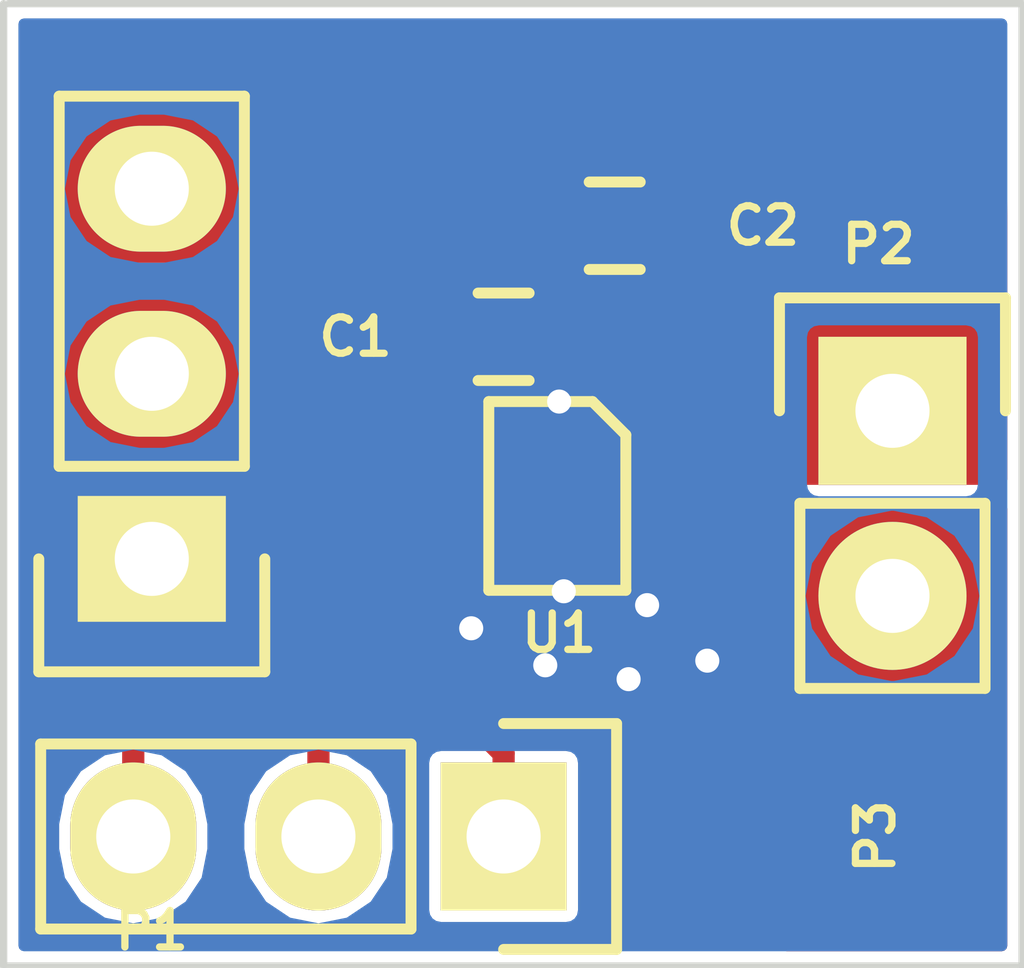
<source format=kicad_pcb>
(kicad_pcb (version 4) (host pcbnew 0.201506122246+5743~23~ubuntu14.10.1-product)

  (general
    (links 13)
    (no_connects 0)
    (area 129.206934 99.771999 148.399161 113.179401)
    (thickness 1.6)
    (drawings 5)
    (tracks 40)
    (zones 0)
    (modules 6)
    (nets 9)
  )

  (page A4)
  (layers
    (0 F.Cu signal)
    (31 B.Cu signal)
    (32 B.Adhes user)
    (33 F.Adhes user)
    (34 B.Paste user)
    (35 F.Paste user)
    (36 B.SilkS user)
    (37 F.SilkS user)
    (38 B.Mask user)
    (39 F.Mask user)
    (40 Dwgs.User user)
    (41 Cmts.User user)
    (42 Eco1.User user)
    (43 Eco2.User user)
    (44 Edge.Cuts user)
    (45 Margin user)
    (46 B.CrtYd user)
    (47 F.CrtYd user)
    (48 B.Fab user)
    (49 F.Fab user hide)
  )

  (setup
    (last_trace_width 0.1524)
    (user_trace_width 0.3048)
    (user_trace_width 0.6096)
    (trace_clearance 0.1524)
    (zone_clearance 0.1524)
    (zone_45_only no)
    (trace_min 0.1524)
    (segment_width 0.2)
    (edge_width 0.1)
    (via_size 0.6858)
    (via_drill 0.3302)
    (via_min_size 0.6858)
    (via_min_drill 0.3302)
    (uvia_size 0.3)
    (uvia_drill 0.1)
    (uvias_allowed no)
    (uvia_min_size 0)
    (uvia_min_drill 0)
    (pcb_text_width 0.3)
    (pcb_text_size 1.5 1.5)
    (mod_edge_width 0.15)
    (mod_text_size 0.5 0.5)
    (mod_text_width 0.1)
    (pad_size 1.5 1.5)
    (pad_drill 0.6)
    (pad_to_mask_clearance 0)
    (aux_axis_origin 0 0)
    (visible_elements FFFEFF7F)
    (pcbplotparams
      (layerselection 0x0103c_80000001)
      (usegerberextensions false)
      (excludeedgelayer true)
      (linewidth 0.100000)
      (plotframeref false)
      (viasonmask false)
      (mode 1)
      (useauxorigin false)
      (hpglpennumber 1)
      (hpglpenspeed 20)
      (hpglpendiameter 15)
      (hpglpenoverlay 2)
      (psnegative false)
      (psa4output false)
      (plotreference true)
      (plotvalue true)
      (plotinvisibletext false)
      (padsonsilk false)
      (subtractmaskfromsilk true)
      (outputformat 1)
      (mirror false)
      (drillshape 0)
      (scaleselection 1)
      (outputdirectory ""))
  )

  (net 0 "")
  (net 1 GND)
  (net 2 /VM)
  (net 3 /nSleep)
  (net 4 /IN2)
  (net 5 /IN1)
  (net 6 /VIN)
  (net 7 /OUT1)
  (net 8 /OUT2)

  (net_class Default "This is the default net class."
    (clearance 0.1524)
    (trace_width 0.1524)
    (via_dia 0.6858)
    (via_drill 0.3302)
    (uvia_dia 0.3)
    (uvia_drill 0.1)
    (add_net /IN1)
    (add_net /IN2)
    (add_net /OUT1)
    (add_net /OUT2)
    (add_net /VIN)
    (add_net /VM)
    (add_net /nSleep)
    (add_net GND)
  )

  (module Pin_Headers:Pin_Header_Straight_1x02 (layer F.Cu) (tedit 557C8CB7) (tstamp 557C858C)
    (at 141.986 105.41)
    (descr "Through hole pin header")
    (tags "pin header")
    (path /557C7F48)
    (fp_text reference P2 (at -0.1905 -2.286) (layer F.SilkS)
      (effects (font (size 0.5 0.5) (thickness 0.1)))
    )
    (fp_text value CONN_01X02 (at 0 -3.1) (layer F.Fab)
      (effects (font (size 0.5 0.5) (thickness 0.1)))
    )
    (fp_line (start 1.27 1.27) (end 1.27 3.81) (layer F.SilkS) (width 0.15))
    (fp_line (start 1.55 -1.55) (end 1.55 0) (layer F.SilkS) (width 0.15))
    (fp_line (start -1.75 -1.75) (end -1.75 4.3) (layer F.CrtYd) (width 0.05))
    (fp_line (start 1.75 -1.75) (end 1.75 4.3) (layer F.CrtYd) (width 0.05))
    (fp_line (start -1.75 -1.75) (end 1.75 -1.75) (layer F.CrtYd) (width 0.05))
    (fp_line (start -1.75 4.3) (end 1.75 4.3) (layer F.CrtYd) (width 0.05))
    (fp_line (start 1.27 1.27) (end -1.27 1.27) (layer F.SilkS) (width 0.15))
    (fp_line (start -1.55 0) (end -1.55 -1.55) (layer F.SilkS) (width 0.15))
    (fp_line (start -1.55 -1.55) (end 1.55 -1.55) (layer F.SilkS) (width 0.15))
    (fp_line (start -1.27 1.27) (end -1.27 3.81) (layer F.SilkS) (width 0.15))
    (fp_line (start -1.27 3.81) (end 1.27 3.81) (layer F.SilkS) (width 0.15))
    (pad 1 thru_hole rect (at 0 0) (size 2.032 2.032) (drill 1.016) (layers *.Cu *.Mask F.SilkS)
      (net 7 /OUT1))
    (pad 2 thru_hole oval (at 0 2.54) (size 2.032 2.032) (drill 1.016) (layers *.Cu *.Mask F.SilkS)
      (net 8 /OUT2))
    (model Pin_Headers.3dshapes/Pin_Header_Straight_1x02.wrl
      (at (xyz 0 -0.05 0))
      (scale (xyz 1 1 1))
      (rotate (xyz 0 0 90))
    )
  )

  (module Capacitors_SMD:C_0603 (layer F.Cu) (tedit 557C8957) (tstamp 557C89AF)
    (at 136.652 104.394)
    (descr "Capacitor SMD 0603, reflow soldering, AVX (see smccp.pdf)")
    (tags "capacitor 0603")
    (path /557C800B)
    (attr smd)
    (fp_text reference C1 (at -2.032 0) (layer F.SilkS)
      (effects (font (size 0.5 0.5) (thickness 0.1)))
    )
    (fp_text value C (at 0 1.9) (layer F.Fab)
      (effects (font (size 0.5 0.5) (thickness 0.1)))
    )
    (fp_line (start -1.45 -0.75) (end 1.45 -0.75) (layer F.CrtYd) (width 0.05))
    (fp_line (start -1.45 0.75) (end 1.45 0.75) (layer F.CrtYd) (width 0.05))
    (fp_line (start -1.45 -0.75) (end -1.45 0.75) (layer F.CrtYd) (width 0.05))
    (fp_line (start 1.45 -0.75) (end 1.45 0.75) (layer F.CrtYd) (width 0.05))
    (fp_line (start -0.35 -0.6) (end 0.35 -0.6) (layer F.SilkS) (width 0.15))
    (fp_line (start 0.35 0.6) (end -0.35 0.6) (layer F.SilkS) (width 0.15))
    (pad 1 smd rect (at -0.75 0) (size 0.8 0.75) (layers F.Cu F.Paste F.Mask)
      (net 6 /VIN))
    (pad 2 smd rect (at 0.75 0) (size 0.8 0.75) (layers F.Cu F.Paste F.Mask)
      (net 1 GND))
    (model Capacitors_SMD.3dshapes/C_0603.wrl
      (at (xyz 0 0 0))
      (scale (xyz 1 1 1))
      (rotate (xyz 0 0 0))
    )
  )

  (module Capacitors_SMD:C_0603 (layer F.Cu) (tedit 557C8953) (tstamp 557C89BB)
    (at 138.176 102.87 180)
    (descr "Capacitor SMD 0603, reflow soldering, AVX (see smccp.pdf)")
    (tags "capacitor 0603")
    (path /557C8092)
    (attr smd)
    (fp_text reference C2 (at -2.032 0 180) (layer F.SilkS)
      (effects (font (size 0.5 0.5) (thickness 0.1)))
    )
    (fp_text value C (at 0 1.9 180) (layer F.Fab)
      (effects (font (size 0.5 0.5) (thickness 0.1)))
    )
    (fp_line (start -1.45 -0.75) (end 1.45 -0.75) (layer F.CrtYd) (width 0.05))
    (fp_line (start -1.45 0.75) (end 1.45 0.75) (layer F.CrtYd) (width 0.05))
    (fp_line (start -1.45 -0.75) (end -1.45 0.75) (layer F.CrtYd) (width 0.05))
    (fp_line (start 1.45 -0.75) (end 1.45 0.75) (layer F.CrtYd) (width 0.05))
    (fp_line (start -0.35 -0.6) (end 0.35 -0.6) (layer F.SilkS) (width 0.15))
    (fp_line (start 0.35 0.6) (end -0.35 0.6) (layer F.SilkS) (width 0.15))
    (pad 1 smd rect (at -0.75 0 180) (size 0.8 0.75) (layers F.Cu F.Paste F.Mask)
      (net 2 /VM))
    (pad 2 smd rect (at 0.75 0 180) (size 0.8 0.75) (layers F.Cu F.Paste F.Mask)
      (net 1 GND))
    (model Capacitors_SMD.3dshapes/C_0603.wrl
      (at (xyz 0 0 0))
      (scale (xyz 1 1 1))
      (rotate (xyz 0 0 0))
    )
  )

  (module GoGoGo:PWSON-N8 (layer F.Cu) (tedit 557C8B57) (tstamp 557C85A0)
    (at 137.414 106.553 270)
    (path /557C7CEE)
    (fp_text reference U1 (at 1.905 0 540) (layer F.SilkS)
      (effects (font (size 0.5 0.5) (thickness 0.1)))
    )
    (fp_text value DRV8837DSGR (at -2.286 -8.128 270) (layer F.Fab) hide
      (effects (font (size 0.5 0.5) (thickness 0.1)))
    )
    (fp_line (start -1.27 -0.4572) (end -1.27 0.9652) (layer F.SilkS) (width 0.15))
    (fp_line (start -1.27 -0.4572) (end -0.8128 -0.9144) (layer F.SilkS) (width 0.15))
    (fp_line (start -0.8128 -0.9144) (end 1.3208 -0.9144) (layer F.SilkS) (width 0.15))
    (fp_line (start 1.3208 -0.9144) (end 1.3208 0.9652) (layer F.SilkS) (width 0.15))
    (fp_line (start 1.3208 0.9652) (end -1.27 0.9652) (layer F.SilkS) (width 0.15))
    (pad 1 smd rect (at -0.75 -0.95 270) (size 0.28 0.5) (layers F.Cu F.Paste F.Mask)
      (net 2 /VM))
    (pad 4 smd rect (at 0 0 270) (size 1.6 0.9) (layers F.Cu F.Paste F.Mask)
      (net 1 GND))
    (pad 2 smd rect (at -0.25 -0.95 270) (size 0.28 0.5) (layers F.Cu F.Paste F.Mask)
      (net 7 /OUT1))
    (pad 3 smd rect (at 0.25 -0.95 270) (size 0.28 0.5) (layers F.Cu F.Paste F.Mask)
      (net 8 /OUT2))
    (pad 4 smd rect (at 0.75 -0.95 270) (size 0.28 0.5) (layers F.Cu F.Paste F.Mask)
      (net 1 GND))
    (pad 5 smd rect (at 0.75 0.95 270) (size 0.28 0.5) (layers F.Cu F.Paste F.Mask)
      (net 4 /IN2))
    (pad 6 smd rect (at 0.25 0.95 270) (size 0.28 0.5) (layers F.Cu F.Paste F.Mask)
      (net 5 /IN1))
    (pad 7 smd rect (at -0.25 0.95 270) (size 0.28 0.5) (layers F.Cu F.Paste F.Mask)
      (net 3 /nSleep))
    (pad 8 smd rect (at -0.75 0.95 270) (size 0.28 0.5) (layers F.Cu F.Paste F.Mask)
      (net 6 /VIN))
  )

  (module Pin_Headers:Pin_Header_Straight_1x03 (layer F.Cu) (tedit 0) (tstamp 557C8C76)
    (at 131.826 107.442 180)
    (descr "Through hole pin header")
    (tags "pin header")
    (path /557C8C55)
    (fp_text reference P1 (at 0 -5.1 180) (layer F.SilkS)
      (effects (font (size 0.5 0.5) (thickness 0.1)))
    )
    (fp_text value CONN_01X03 (at 0 -3.1 180) (layer F.Fab)
      (effects (font (size 0.5 0.5) (thickness 0.1)))
    )
    (fp_line (start -1.75 -1.75) (end -1.75 6.85) (layer F.CrtYd) (width 0.05))
    (fp_line (start 1.75 -1.75) (end 1.75 6.85) (layer F.CrtYd) (width 0.05))
    (fp_line (start -1.75 -1.75) (end 1.75 -1.75) (layer F.CrtYd) (width 0.05))
    (fp_line (start -1.75 6.85) (end 1.75 6.85) (layer F.CrtYd) (width 0.05))
    (fp_line (start -1.27 1.27) (end -1.27 6.35) (layer F.SilkS) (width 0.15))
    (fp_line (start -1.27 6.35) (end 1.27 6.35) (layer F.SilkS) (width 0.15))
    (fp_line (start 1.27 6.35) (end 1.27 1.27) (layer F.SilkS) (width 0.15))
    (fp_line (start 1.55 -1.55) (end 1.55 0) (layer F.SilkS) (width 0.15))
    (fp_line (start 1.27 1.27) (end -1.27 1.27) (layer F.SilkS) (width 0.15))
    (fp_line (start -1.55 0) (end -1.55 -1.55) (layer F.SilkS) (width 0.15))
    (fp_line (start -1.55 -1.55) (end 1.55 -1.55) (layer F.SilkS) (width 0.15))
    (pad 1 thru_hole rect (at 0 0 180) (size 2.032 1.7272) (drill 1.016) (layers *.Cu *.Mask F.SilkS)
      (net 1 GND))
    (pad 2 thru_hole oval (at 0 2.54 180) (size 2.032 1.7272) (drill 1.016) (layers *.Cu *.Mask F.SilkS)
      (net 6 /VIN))
    (pad 3 thru_hole oval (at 0 5.08 180) (size 2.032 1.7272) (drill 1.016) (layers *.Cu *.Mask F.SilkS)
      (net 2 /VM))
    (model Pin_Headers.3dshapes/Pin_Header_Straight_1x03.wrl
      (at (xyz 0 -0.1 0))
      (scale (xyz 1 1 1))
      (rotate (xyz 0 0 90))
    )
  )

  (module Pin_Headers:Pin_Header_Straight_1x03 (layer F.Cu) (tedit 0) (tstamp 557C8C7D)
    (at 136.652 111.252 270)
    (descr "Through hole pin header")
    (tags "pin header")
    (path /557C8CB0)
    (fp_text reference P3 (at 0 -5.1 270) (layer F.SilkS)
      (effects (font (size 0.5 0.5) (thickness 0.1)))
    )
    (fp_text value CONN_01X03 (at 0 -3.1 270) (layer F.Fab)
      (effects (font (size 0.5 0.5) (thickness 0.1)))
    )
    (fp_line (start -1.75 -1.75) (end -1.75 6.85) (layer F.CrtYd) (width 0.05))
    (fp_line (start 1.75 -1.75) (end 1.75 6.85) (layer F.CrtYd) (width 0.05))
    (fp_line (start -1.75 -1.75) (end 1.75 -1.75) (layer F.CrtYd) (width 0.05))
    (fp_line (start -1.75 6.85) (end 1.75 6.85) (layer F.CrtYd) (width 0.05))
    (fp_line (start -1.27 1.27) (end -1.27 6.35) (layer F.SilkS) (width 0.15))
    (fp_line (start -1.27 6.35) (end 1.27 6.35) (layer F.SilkS) (width 0.15))
    (fp_line (start 1.27 6.35) (end 1.27 1.27) (layer F.SilkS) (width 0.15))
    (fp_line (start 1.55 -1.55) (end 1.55 0) (layer F.SilkS) (width 0.15))
    (fp_line (start 1.27 1.27) (end -1.27 1.27) (layer F.SilkS) (width 0.15))
    (fp_line (start -1.55 0) (end -1.55 -1.55) (layer F.SilkS) (width 0.15))
    (fp_line (start -1.55 -1.55) (end 1.55 -1.55) (layer F.SilkS) (width 0.15))
    (pad 1 thru_hole rect (at 0 0 270) (size 2.032 1.7272) (drill 1.016) (layers *.Cu *.Mask F.SilkS)
      (net 4 /IN2))
    (pad 2 thru_hole oval (at 0 2.54 270) (size 2.032 1.7272) (drill 1.016) (layers *.Cu *.Mask F.SilkS)
      (net 5 /IN1))
    (pad 3 thru_hole oval (at 0 5.08 270) (size 2.032 1.7272) (drill 1.016) (layers *.Cu *.Mask F.SilkS)
      (net 3 /nSleep))
    (model Pin_Headers.3dshapes/Pin_Header_Straight_1x03.wrl
      (at (xyz 0 -0.1 0))
      (scale (xyz 1 1 1))
      (rotate (xyz 0 0 90))
    )
  )

  (gr_line (start 143.764 99.822) (end 143.764 99.8855) (angle 90) (layer Edge.Cuts) (width 0.1))
  (gr_line (start 129.8575 99.822) (end 143.764 99.822) (angle 90) (layer Edge.Cuts) (width 0.1))
  (gr_line (start 129.794 113.03) (end 129.794 99.822) (angle 90) (layer Edge.Cuts) (width 0.1))
  (gr_line (start 143.764 113.03) (end 129.794 113.03) (angle 90) (layer Edge.Cuts) (width 0.1))
  (gr_line (start 143.764 99.8855) (end 143.764 113.03) (angle 90) (layer Edge.Cuts) (width 0.1))

  (segment (start 137.414 105.283) (end 137.4775 105.3465) (width 0.1524) (layer B.Cu) (net 1) (tstamp 557C8E16))
  (via (at 137.414 105.283) (size 0.6858) (layers F.Cu B.Cu) (net 1))
  (segment (start 137.148 105.017) (end 137.414 105.283) (width 0.1524) (layer F.Cu) (net 1) (tstamp 557C8E0F))
  (segment (start 137.148 104.394) (end 137.148 105.017) (width 0.1524) (layer F.Cu) (net 1))
  (segment (start 137.4775 105.3465) (end 137.4775 107.8865) (width 0.1524) (layer B.Cu) (net 1) (tstamp 557C8E17))
  (via (at 137.4775 107.8865) (size 0.6858) (layers F.Cu B.Cu) (net 1))
  (segment (start 137.4775 107.8865) (end 137.668 108.077) (width 0.1524) (layer F.Cu) (net 1) (tstamp 557C8E1B))
  (segment (start 137.668 108.077) (end 138.6205 108.077) (width 0.1524) (layer F.Cu) (net 1) (tstamp 557C8E1C))
  (via (at 138.6205 108.077) (size 0.6858) (layers F.Cu B.Cu) (net 1))
  (segment (start 138.6205 108.077) (end 139.3825 108.839) (width 0.1524) (layer B.Cu) (net 1) (tstamp 557C8E1E))
  (segment (start 139.3825 108.839) (end 139.446 108.839) (width 0.1524) (layer B.Cu) (net 1) (tstamp 557C8E1F))
  (via (at 139.446 108.839) (size 0.6858) (layers F.Cu B.Cu) (net 1))
  (segment (start 139.446 108.839) (end 139.192 109.093) (width 0.1524) (layer F.Cu) (net 1) (tstamp 557C8E21))
  (segment (start 139.192 109.093) (end 138.3665 109.093) (width 0.1524) (layer F.Cu) (net 1) (tstamp 557C8E22))
  (via (at 138.3665 109.093) (size 0.6858) (layers F.Cu B.Cu) (net 1))
  (segment (start 138.3665 109.093) (end 138.176 108.9025) (width 0.1524) (layer B.Cu) (net 1) (tstamp 557C8E24))
  (segment (start 138.176 108.9025) (end 137.2235 108.9025) (width 0.1524) (layer B.Cu) (net 1) (tstamp 557C8E25))
  (via (at 137.2235 108.9025) (size 0.6858) (layers F.Cu B.Cu) (net 1))
  (segment (start 137.2235 108.9025) (end 136.7155 108.3945) (width 0.1524) (layer F.Cu) (net 1) (tstamp 557C8E27))
  (segment (start 136.7155 108.3945) (end 136.2075 108.3945) (width 0.1524) (layer F.Cu) (net 1) (tstamp 557C8E28))
  (via (at 136.2075 108.3945) (size 0.6858) (layers F.Cu B.Cu) (net 1))
  (segment (start 131.572 111.252) (end 131.572 109.7915) (width 0.3048) (layer F.Cu) (net 3))
  (segment (start 134.616 106.303) (end 136.464 106.303) (width 0.3048) (layer F.Cu) (net 3) (tstamp 557C8CB2))
  (segment (start 133.9215 106.9975) (end 134.616 106.303) (width 0.3048) (layer F.Cu) (net 3) (tstamp 557C8CB1))
  (segment (start 133.9215 107.823) (end 133.9215 106.9975) (width 0.3048) (layer F.Cu) (net 3) (tstamp 557C8CAF))
  (segment (start 132.6515 109.093) (end 133.9215 107.823) (width 0.3048) (layer F.Cu) (net 3) (tstamp 557C8CAE))
  (segment (start 132.2705 109.093) (end 132.6515 109.093) (width 0.3048) (layer F.Cu) (net 3) (tstamp 557C8CAD))
  (segment (start 131.572 109.7915) (end 132.2705 109.093) (width 0.3048) (layer F.Cu) (net 3) (tstamp 557C8CAC))
  (segment (start 136.652 111.252) (end 136.652 110.109) (width 0.3048) (layer F.Cu) (net 4))
  (segment (start 135.6995 107.3785) (end 136.3885 107.3785) (width 0.3048) (layer F.Cu) (net 4) (tstamp 557C8CBE))
  (segment (start 135.4455 107.6325) (end 135.6995 107.3785) (width 0.3048) (layer F.Cu) (net 4) (tstamp 557C8CBD))
  (segment (start 135.4455 108.9025) (end 135.4455 107.6325) (width 0.3048) (layer F.Cu) (net 4) (tstamp 557C8CBC))
  (segment (start 136.652 110.109) (end 135.4455 108.9025) (width 0.3048) (layer F.Cu) (net 4) (tstamp 557C8CBB))
  (segment (start 136.3885 107.3785) (end 136.464 107.303) (width 0.3048) (layer F.Cu) (net 4) (tstamp 557C8CBF))
  (segment (start 136.464 106.803) (end 135.132 106.803) (width 0.3048) (layer F.Cu) (net 5))
  (segment (start 134.112 109.0295) (end 134.112 111.252) (width 0.3048) (layer F.Cu) (net 5) (tstamp 557C8CB8))
  (segment (start 134.5565 108.585) (end 134.112 109.0295) (width 0.3048) (layer F.Cu) (net 5) (tstamp 557C8CB7))
  (segment (start 134.5565 107.3785) (end 134.5565 108.585) (width 0.3048) (layer F.Cu) (net 5) (tstamp 557C8CB6))
  (segment (start 135.132 106.803) (end 134.5565 107.3785) (width 0.3048) (layer F.Cu) (net 5) (tstamp 557C8CB5))
  (segment (start 131.826 104.902) (end 134.62 104.902) (width 0.6096) (layer F.Cu) (net 6))

  (zone (net 2) (net_name /VM) (layer F.Cu) (tstamp 557C87DB) (hatch edge 0.508)
    (connect_pads yes (clearance 0.254))
    (min_thickness 0.1524)
    (fill yes (arc_segments 16) (thermal_gap 0.254) (thermal_bridge_width 0.254))
    (polygon
      (pts
        (xy 138.176 105.918) (xy 138.176 101.6) (xy 133.858 101.6) (xy 133.858 103.378) (xy 130.048 103.378)
        (xy 129.794 99.822) (xy 140.208 99.822) (xy 140.208 103.886) (xy 138.938 105.918)
      )
    )
    (filled_polygon
      (pts
        (xy 140.1318 103.864145) (xy 138.895766 105.8418) (xy 138.691136 105.8418) (xy 138.614 105.826331) (xy 138.2522 105.826331)
        (xy 138.2522 101.6) (xy 138.2464 101.57084) (xy 138.229882 101.546118) (xy 138.20516 101.5296) (xy 138.176 101.5238)
        (xy 133.858 101.5238) (xy 133.82884 101.5296) (xy 133.804118 101.546118) (xy 133.7876 101.57084) (xy 133.7818 101.6)
        (xy 133.7818 103.3018) (xy 130.1742 103.3018) (xy 130.1742 100.2022) (xy 140.1318 100.2022) (xy 140.1318 103.864145)
      )
    )
  )
  (zone (net 6) (net_name /VIN) (layer F.Cu) (tstamp 557C87DC) (hatch edge 0.508)
    (connect_pads yes (clearance 0.254))
    (min_thickness 0.1524)
    (fill yes (arc_segments 16) (thermal_gap 0.254) (thermal_bridge_width 0.254))
    (polygon
      (pts
        (xy 136.652 105.918) (xy 134.112 105.918) (xy 134.112 106.172) (xy 130.048 106.172) (xy 130.048 103.632)
        (xy 134.112 103.632) (xy 134.112 101.854) (xy 136.652 101.854)
      )
    )
    (filled_polygon
      (pts
        (xy 136.5758 105.826331) (xy 136.493817 105.826331) (xy 136.464 105.8204) (xy 134.616 105.8204) (xy 134.508416 105.8418)
        (xy 134.112 105.8418) (xy 134.08284 105.8476) (xy 134.058118 105.864118) (xy 134.0416 105.88884) (xy 134.0358 105.918)
        (xy 134.0358 106.0958) (xy 130.1742 106.0958) (xy 130.1742 103.7082) (xy 134.112 103.7082) (xy 134.14116 103.7024)
        (xy 134.165882 103.685882) (xy 134.1824 103.66116) (xy 134.1882 103.632) (xy 134.1882 101.9302) (xy 136.5758 101.9302)
        (xy 136.5758 105.826331)
      )
    )
  )
  (zone (net 1) (net_name GND) (layer B.Cu) (tstamp 557C8D2E) (hatch edge 0.508)
    (connect_pads yes (clearance 0.1524))
    (min_thickness 0.1524)
    (fill yes (arc_segments 16) (thermal_gap 0.508) (thermal_bridge_width 0.508))
    (polygon
      (pts
        (xy 143.764 112.903) (xy 129.921 112.8395) (xy 129.9845 99.8855) (xy 143.764 99.8855)
      )
    )
    (filled_polygon
      (pts
        (xy 143.4854 112.7514) (xy 143.4854 112.7514) (xy 130.0726 112.7514) (xy 130.0726 109.983017) (xy 131.572 109.983017)
        (xy 131.154033 110.066156) (xy 130.799698 110.302915) (xy 130.562939 110.65725) (xy 130.4798 111.075217) (xy 130.4798 111.428783)
        (xy 130.562939 111.84675) (xy 130.799698 112.201085) (xy 131.154033 112.437844) (xy 131.572 112.520983) (xy 131.989967 112.437844)
        (xy 132.344302 112.201085) (xy 132.581061 111.84675) (xy 132.6642 111.428783) (xy 132.6642 111.075217) (xy 132.581061 110.65725)
        (xy 132.344302 110.302915) (xy 131.989967 110.066156) (xy 131.572 109.983017) (xy 134.112 109.983017) (xy 133.694033 110.066156)
        (xy 133.339698 110.302915) (xy 133.102939 110.65725) (xy 133.0198 111.075217) (xy 133.0198 111.428783) (xy 133.102939 111.84675)
        (xy 133.339698 112.201085) (xy 133.694033 112.437844) (xy 134.112 112.520983) (xy 134.529967 112.437844) (xy 134.884302 112.201085)
        (xy 135.121061 111.84675) (xy 135.2042 111.428783) (xy 135.2042 111.075217) (xy 135.121061 110.65725) (xy 134.884302 110.302915)
        (xy 134.529967 110.066156) (xy 134.212064 110.002921) (xy 135.7884 110.002921) (xy 135.701236 110.019833) (xy 135.624626 110.070158)
        (xy 135.573344 110.146129) (xy 135.555321 110.236) (xy 135.555321 112.268) (xy 135.572233 112.355164) (xy 135.622558 112.431774)
        (xy 135.698529 112.483056) (xy 135.7884 112.501079) (xy 137.5156 112.501079) (xy 137.602764 112.484167) (xy 137.679374 112.433842)
        (xy 137.730656 112.357871) (xy 137.748679 112.268) (xy 137.748679 110.236) (xy 137.731767 110.148836) (xy 137.681442 110.072226)
        (xy 137.605471 110.020944) (xy 137.5156 110.002921) (xy 135.7884 110.002921) (xy 134.212064 110.002921) (xy 134.112 109.983017)
        (xy 131.572 109.983017) (xy 131.572 109.983017) (xy 130.0726 109.983017) (xy 130.0726 106.7054) (xy 141.961617 106.7054)
        (xy 141.485329 106.80014) (xy 141.081552 107.069935) (xy 140.811757 107.473712) (xy 140.717017 107.95) (xy 140.811757 108.426288)
        (xy 141.081552 108.830065) (xy 141.485329 109.09986) (xy 141.961617 109.1946) (xy 142.010383 109.1946) (xy 142.486671 109.09986)
        (xy 142.890448 108.830065) (xy 143.160243 108.426288) (xy 143.254983 107.95) (xy 143.160243 107.473712) (xy 142.890448 107.069935)
        (xy 142.486671 106.80014) (xy 142.010383 106.7054) (xy 141.961617 106.7054) (xy 130.0726 106.7054) (xy 130.0726 103.8098)
        (xy 131.649217 103.8098) (xy 131.23125 103.892939) (xy 130.876915 104.129698) (xy 130.640156 104.484033) (xy 130.557017 104.902)
        (xy 130.640156 105.319967) (xy 130.876915 105.674302) (xy 131.23125 105.911061) (xy 131.649217 105.9942) (xy 132.002783 105.9942)
        (xy 132.42075 105.911061) (xy 132.775085 105.674302) (xy 133.011844 105.319967) (xy 133.094983 104.902) (xy 133.011844 104.484033)
        (xy 132.795948 104.160921) (xy 140.97 104.160921) (xy 140.882836 104.177833) (xy 140.806226 104.228158) (xy 140.754944 104.304129)
        (xy 140.736921 104.394) (xy 140.736921 106.426) (xy 140.753833 106.513164) (xy 140.804158 106.589774) (xy 140.880129 106.641056)
        (xy 140.97 106.659079) (xy 143.002 106.659079) (xy 143.089164 106.642167) (xy 143.165774 106.591842) (xy 143.217056 106.515871)
        (xy 143.235079 106.426) (xy 143.235079 104.394) (xy 143.218167 104.306836) (xy 143.167842 104.230226) (xy 143.091871 104.178944)
        (xy 143.002 104.160921) (xy 140.97 104.160921) (xy 132.795948 104.160921) (xy 132.775085 104.129698) (xy 132.42075 103.892939)
        (xy 132.002783 103.8098) (xy 131.649217 103.8098) (xy 130.0726 103.8098) (xy 130.0726 101.2698) (xy 131.649217 101.2698)
        (xy 131.23125 101.352939) (xy 130.876915 101.589698) (xy 130.640156 101.944033) (xy 130.557017 102.362) (xy 130.640156 102.779967)
        (xy 130.876915 103.134302) (xy 131.23125 103.371061) (xy 131.649217 103.4542) (xy 132.002783 103.4542) (xy 132.42075 103.371061)
        (xy 132.775085 103.134302) (xy 133.011844 102.779967) (xy 133.094983 102.362) (xy 133.011844 101.944033) (xy 132.775085 101.589698)
        (xy 132.42075 101.352939) (xy 132.002783 101.2698) (xy 131.649217 101.2698) (xy 130.0726 101.2698) (xy 130.0726 100.1006)
        (xy 143.4854 100.1006) (xy 143.4854 112.7514)
      )
    )
  )
  (zone (net 1) (net_name GND) (layer F.Cu) (tstamp 557C887E) (hatch edge 0.508)
    (connect_pads yes (clearance 0.254))
    (min_thickness 0.127)
    (fill yes (arc_segments 16) (thermal_gap 0.1524) (thermal_bridge_width 0.1524))
    (polygon
      (pts
        (xy 135.636 109.474) (xy 135.636 107.95) (xy 136.906 107.95) (xy 136.906 101.854) (xy 137.922 101.854)
        (xy 137.922 107.188) (xy 138.938 107.188) (xy 139.954 108.712) (xy 139.954 109.474)
      )
    )
    (filled_polygon
      (pts
        (xy 137.8585 105.474198) (xy 137.815312 105.53818) (xy 137.79028 105.663) (xy 137.79028 105.943) (xy 137.811975 106.054818)
        (xy 137.79028 106.163) (xy 137.79028 106.443) (xy 137.811975 106.554818) (xy 137.79028 106.663) (xy 137.79028 106.943)
        (xy 137.813769 107.064062) (xy 137.8585 107.132158) (xy 137.8585 107.188) (xy 137.863334 107.2123) (xy 137.877099 107.232901)
        (xy 137.8977 107.246666) (xy 137.922 107.2515) (xy 138.038107 107.2515) (xy 138.114 107.26672) (xy 138.614 107.26672)
        (xy 138.692444 107.2515) (xy 138.904016 107.2515) (xy 139.8905 108.731225) (xy 139.8905 109.4105) (xy 136.618039 109.4105)
        (xy 135.9154 108.707862) (xy 135.9154 108.0135) (xy 136.906 108.0135) (xy 136.9303 108.008666) (xy 136.950901 107.994901)
        (xy 136.964666 107.9743) (xy 136.9695 107.95) (xy 136.9695 107.631802) (xy 137.012688 107.56782) (xy 137.03772 107.443)
        (xy 137.03772 107.163) (xy 137.016025 107.051182) (xy 137.03772 106.943) (xy 137.03772 106.663) (xy 137.016025 106.551182)
        (xy 137.03772 106.443) (xy 137.03772 106.163) (xy 137.016025 106.051182) (xy 137.03772 105.943) (xy 137.03772 105.663)
        (xy 137.014231 105.541938) (xy 136.9695 105.473842) (xy 136.9695 101.9175) (xy 137.8585 101.9175) (xy 137.8585 105.474198)
      )
    )
  )
  (zone (net 7) (net_name /OUT1) (layer F.Cu) (tstamp 557EF45F) (hatch edge 0.508)
    (connect_pads yes (clearance 0.1524))
    (min_thickness 0.1524)
    (fill yes (arc_segments 16) (thermal_gap 0.254) (thermal_bridge_width 0.254))
    (polygon
      (pts
        (xy 143.637 106.426) (xy 138.176 106.426) (xy 138.176 106.172) (xy 139.192 106.172) (xy 140.462 104.14)
        (xy 140.462 100.203) (xy 143.51 100.203)
      )
    )
    (filled_polygon
      (pts
        (xy 143.4854 102.732185) (xy 143.4854 106.3498) (xy 138.2522 106.3498) (xy 138.2522 106.2482) (xy 139.192 106.2482)
        (xy 139.200484 106.246512) (xy 139.209134 106.246249) (xy 139.214928 106.243639) (xy 139.22116 106.2424) (xy 139.228354 106.237593)
        (xy 139.236244 106.23404) (xy 139.240597 106.229412) (xy 139.245882 106.225882) (xy 139.25069 106.218684) (xy 139.256617 106.212386)
        (xy 140.526617 104.180386) (xy 140.528868 104.174445) (xy 140.5324 104.16916) (xy 140.534087 104.160673) (xy 140.537154 104.152584)
        (xy 140.53696 104.146231) (xy 140.5382 104.14) (xy 140.5382 100.2792) (xy 143.435339 100.2792) (xy 143.4854 102.732185)
      )
    )
  )
  (zone (net 8) (net_name /OUT2) (layer F.Cu) (tstamp 557EF488) (hatch edge 0.508)
    (connect_pads yes (clearance 0.1524))
    (min_thickness 0.1524)
    (fill yes (arc_segments 16) (thermal_gap 0.254) (thermal_bridge_width 0.254))
    (polygon
      (pts
        (xy 143.637 112.903) (xy 140.462 112.903) (xy 140.462 108.712) (xy 139.319 106.934) (xy 138.176 106.934)
        (xy 138.176 106.68) (xy 143.637 106.68)
      )
    )
    (filled_polygon
      (pts
        (xy 143.4854 112.7514) (xy 140.5382 112.7514) (xy 140.5382 108.712) (xy 140.536866 108.705293) (xy 140.536987 108.698459)
        (xy 140.533994 108.690855) (xy 140.5324 108.68284) (xy 140.528601 108.677155) (xy 140.526098 108.670794) (xy 139.383098 106.892794)
        (xy 139.377423 106.886914) (xy 139.372882 106.880118) (xy 139.367195 106.876318) (xy 139.36245 106.871402) (xy 139.354957 106.868141)
        (xy 139.34816 106.8636) (xy 139.341454 106.862266) (xy 139.335187 106.859539) (xy 139.327016 106.859394) (xy 139.319 106.8578)
        (xy 138.2522 106.8578) (xy 138.2522 106.7562) (xy 143.4854 106.7562) (xy 143.4854 112.7514)
      )
    )
  )
)

</source>
